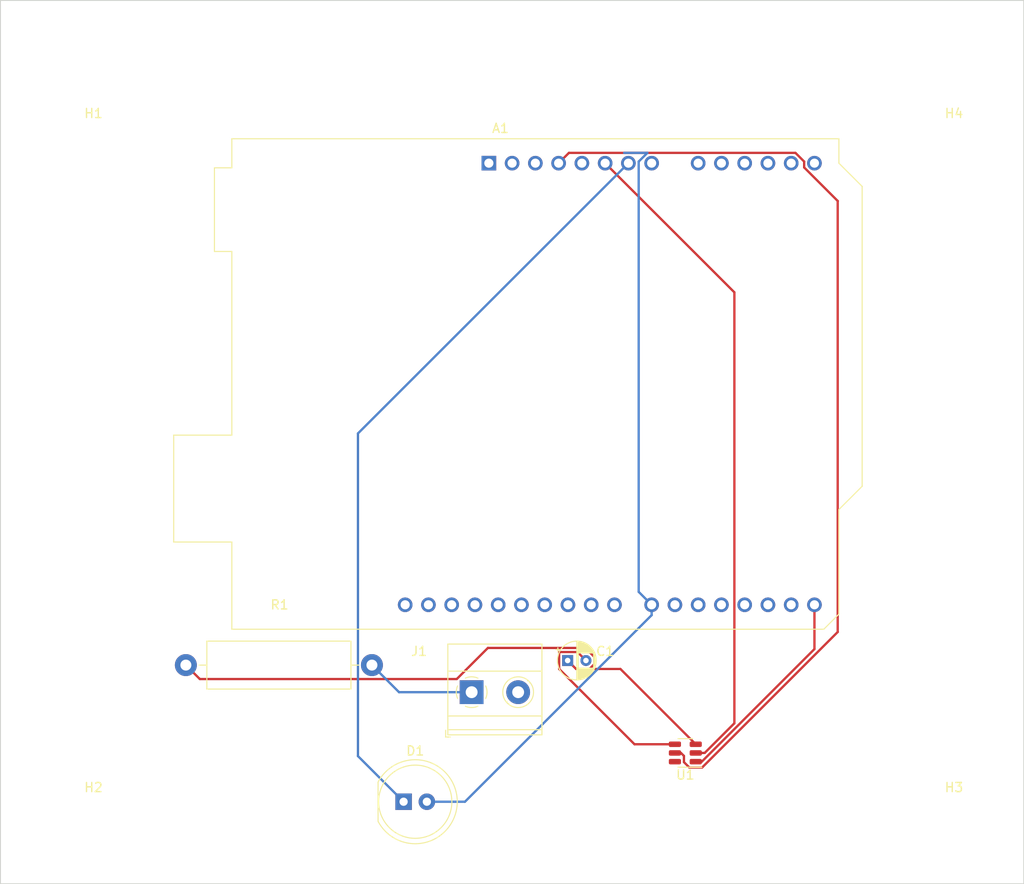
<source format=kicad_pcb>
(kicad_pcb (version 20221018) (generator pcbnew)
  (layers (0 "F.Cu" signal) (31 "B.Cu" signal) (34 "B.Paste" user) (35 "F.Paste" user) (36 "B.SilkS" user "B.Silkscreen") (37 "F.SilkS" user "F.Silkscreen") (38 "B.Mask" user) (39 "F.Mask" user) (44 "Edge.Cuts" user))
  (net 0 "")
  (net 4 "Net-(A1-3V3)")
  (net 6 "Net-(U1-VSS)")
  (net 7 "Net-(D1-K)")
  (net 8 "+5V")
  (net 15 "Net-(A1-D0{slash}RX)")
  (net 22 "Net-(A1-D7)")
  (net 33 "Net-(U1-SNSK)")
  (net 34 "Net-(U1-SNS)")
  (net 35 "Net-(J1-Pin_1)")
  (net 36 "+3.3V")
  (footprint "Resistor_THT:R_Axial_DIN0516_L15.5mm_D5.0mm_P20.32mm_Horizontal" (layer "F.Cu") (at 114.23 115.81)
    (fp_text reference "R1" (at 10.23 -6.59) (layer "F.SilkS"))
    (fp_text value "R")
    (fp_line (start 1.44 0) (end 2.29 0) (stroke (width 0.12)) (layer "F.SilkS"))
    (fp_line (start 2.29 -2.62) (end 2.29 2.62) (stroke (width 0.12)) (layer "F.SilkS"))
    (fp_line (start 2.29 2.62) (end 18.03 2.62) (stroke (width 0.12)) (layer "F.SilkS"))
    (fp_line (start 18.03 -2.62) (end 2.29 -2.62) (stroke (width 0.12)) (layer "F.SilkS"))
    (fp_line (start 18.03 2.62) (end 18.03 -2.62) (stroke (width 0.12)) (layer "F.SilkS"))
    (fp_line (start 18.88 0) (end 18.03 0) (stroke (width 0.12)) (layer "F.SilkS"))
    (pad "1" thru_hole circle (at 0 0) (size 2.4 2.4) (drill 1.2) (layers "*.Cu" "*.Mask") (net 33 "Net-(U1-SNSK)"))
    (pad "2" thru_hole oval (at 20.32 0) (size 2.4 2.4) (drill 1.2) (layers "*.Cu" "*.Mask") (net 35 "Net-(J1-Pin_1)"))
  )
  (footprint "Package_TO_SOT_SMD:SOT-23-6" (layer "F.Cu") (at 168.7775 125.41 180)
    (fp_text reference "U1" (at 0 -2.4) (layer "F.SilkS"))
    (fp_text value "AT42QT1010-TSHR")
    (fp_line (start 0 -1.56) (end -1.8 -1.56) (stroke (width 0.12)) (layer "F.SilkS"))
    (fp_line (start 0 -1.56) (end 0.8 -1.56) (stroke (width 0.12)) (layer "F.SilkS"))
    (fp_line (start 0 1.56) (end -0.8 1.56) (stroke (width 0.12)) (layer "F.SilkS"))
    (fp_line (start 0 1.56) (end 0.8 1.56) (stroke (width 0.12)) (layer "F.SilkS"))
    (pad "1" smd roundrect (at -1.1375 -0.95 180) (size 1.325 0.6) (layers "F.Cu" "F.Paste" "F.Mask") (net 15 "Net-(A1-D0{slash}RX)"))
    (pad "2" smd roundrect (at -1.1375 0 180) (size 1.325 0.6) (layers "F.Cu" "F.Paste" "F.Mask") (net 6 "Net-(U1-VSS)"))
    (pad "3" smd roundrect (at -1.1375 0.95 180) (size 1.325 0.6) (layers "F.Cu" "F.Paste" "F.Mask") (net 33 "Net-(U1-SNSK)"))
    (pad "4" smd roundrect (at 1.1375 0.95 180) (size 1.325 0.6) (layers "F.Cu" "F.Paste" "F.Mask") (net 34 "Net-(U1-SNS)"))
    (pad "5" smd roundrect (at 1.1375 0 180) (size 1.325 0.6) (layers "F.Cu" "F.Paste" "F.Mask") (net 4 "Net-(A1-3V3)"))
    (pad "6" smd roundrect (at 1.1375 -0.95 180) (size 1.325 0.6) (layers "F.Cu" "F.Paste" "F.Mask") (net 36 "+3.3V"))
  )
  (footprint "MountingHole:MountingHole_2.2mm_M2_ISO14580" (layer "F.Cu") (at 104.14 58.42)
    (fp_text reference "H1" (at 0 -2.9) (layer "F.SilkS"))
    (fp_text value "MountingHole")
    (pad "" np_thru_hole circle (at 0 0) (size 2.2 2.2) (drill 2.2) (layers "*.Cu" "*.Mask"))
  )
  (footprint "Module:Arduino_UNO_R3" (layer "F.Cu") (at 147.32 60.96)
    (fp_text reference "A1" (at 1.27 -3.81 180) (layer "F.SilkS"))
    (fp_text value "Arduino_UNO_R3")
    (fp_line (start -34.42 29.72) (end -34.42 41.4) (stroke (width 0.12)) (layer "F.SilkS"))
    (fp_line (start -34.42 41.4) (end -28.07 41.4) (stroke (width 0.12)) (layer "F.SilkS"))
    (fp_line (start -29.97 0.51) (end -29.97 9.65) (stroke (width 0.12)) (layer "F.SilkS"))
    (fp_line (start -29.97 9.65) (end -28.07 9.65) (stroke (width 0.12)) (layer "F.SilkS"))
    (fp_line (start -28.07 -2.67) (end -28.07 0.51) (stroke (width 0.12)) (layer "F.SilkS"))
    (fp_line (start -28.07 0.51) (end -29.97 0.51) (stroke (width 0.12)) (layer "F.SilkS"))
    (fp_line (start -28.07 9.65) (end -28.07 29.72) (stroke (width 0.12)) (layer "F.SilkS"))
    (fp_line (start -28.07 29.72) (end -34.42 29.72) (stroke (width 0.12)) (layer "F.SilkS"))
    (fp_line (start -28.07 41.4) (end -28.07 50.93) (stroke (width 0.12)) (layer "F.SilkS"))
    (fp_line (start -28.07 50.93) (end 36.58 50.93) (stroke (width 0.12)) (layer "F.SilkS"))
    (fp_line (start 36.58 50.93) (end 38.23 49.28) (stroke (width 0.12)) (layer "F.SilkS"))
    (fp_line (start 38.23 -2.67) (end -28.07 -2.67) (stroke (width 0.12)) (layer "F.SilkS"))
    (fp_line (start 38.23 0) (end 38.23 -2.67) (stroke (width 0.12)) (layer "F.SilkS"))
    (fp_line (start 38.23 37.85) (end 40.77 35.31) (stroke (width 0.12)) (layer "F.SilkS"))
    (fp_line (start 38.23 49.28) (end 38.23 37.85) (stroke (width 0.12)) (layer "F.SilkS"))
    (fp_line (start 40.77 2.54) (end 38.23 0) (stroke (width 0.12)) (layer "F.SilkS"))
    (fp_line (start 40.77 35.31) (end 40.77 2.54) (stroke (width 0.12)) (layer "F.SilkS"))
    (pad "1" thru_hole rect (at 0 0 90) (size 1.6 1.6) (drill 1) (layers "*.Cu" "*.Mask"))
    (pad "2" thru_hole oval (at 2.54 0 90) (size 1.6 1.6) (drill 1) (layers "*.Cu" "*.Mask"))
    (pad "3" thru_hole oval (at 5.08 0 90) (size 1.6 1.6) (drill 1) (layers "*.Cu" "*.Mask"))
    (pad "4" thru_hole oval (at 7.62 0 90) (size 1.6 1.6) (drill 1) (layers "*.Cu" "*.Mask") (net 4 "Net-(A1-3V3)"))
    (pad "5" thru_hole oval (at 10.16 0 90) (size 1.6 1.6) (drill 1) (layers "*.Cu" "*.Mask"))
    (pad "6" thru_hole oval (at 12.7 0 90) (size 1.6 1.6) (drill 1) (layers "*.Cu" "*.Mask") (net 6 "Net-(U1-VSS)"))
    (pad "7" thru_hole oval (at 15.24 0 90) (size 1.6 1.6) (drill 1) (layers "*.Cu" "*.Mask") (net 7 "Net-(D1-K)"))
    (pad "8" thru_hole oval (at 17.78 0 90) (size 1.6 1.6) (drill 1) (layers "*.Cu" "*.Mask") (net 8 "+5V"))
    (pad "9" thru_hole oval (at 22.86 0 90) (size 1.6 1.6) (drill 1) (layers "*.Cu" "*.Mask"))
    (pad "10" thru_hole oval (at 25.4 0 90) (size 1.6 1.6) (drill 1) (layers "*.Cu" "*.Mask"))
    (pad "11" thru_hole oval (at 27.94 0 90) (size 1.6 1.6) (drill 1) (layers "*.Cu" "*.Mask"))
    (pad "12" thru_hole oval (at 30.48 0 90) (size 1.6 1.6) (drill 1) (layers "*.Cu" "*.Mask"))
    (pad "13" thru_hole oval (at 33.02 0 90) (size 1.6 1.6) (drill 1) (layers "*.Cu" "*.Mask"))
    (pad "14" thru_hole oval (at 35.56 0 90) (size 1.6 1.6) (drill 1) (layers "*.Cu" "*.Mask"))
    (pad "15" thru_hole oval (at 35.56 48.26 90) (size 1.6 1.6) (drill 1) (layers "*.Cu" "*.Mask") (net 15 "Net-(A1-D0{slash}RX)"))
    (pad "16" thru_hole oval (at 33.02 48.26 90) (size 1.6 1.6) (drill 1) (layers "*.Cu" "*.Mask"))
    (pad "17" thru_hole oval (at 30.48 48.26 90) (size 1.6 1.6) (drill 1) (layers "*.Cu" "*.Mask"))
    (pad "18" thru_hole oval (at 27.94 48.26 90) (size 1.6 1.6) (drill 1) (layers "*.Cu" "*.Mask"))
    (pad "19" thru_hole oval (at 25.4 48.26 90) (size 1.6 1.6) (drill 1) (layers "*.Cu" "*.Mask"))
    (pad "20" thru_hole oval (at 22.86 48.26 90) (size 1.6 1.6) (drill 1) (layers "*.Cu" "*.Mask"))
    (pad "21" thru_hole oval (at 20.32 48.26 90) (size 1.6 1.6) (drill 1) (layers "*.Cu" "*.Mask"))
    (pad "22" thru_hole oval (at 17.78 48.26 90) (size 1.6 1.6) (drill 1) (layers "*.Cu" "*.Mask") (net 22 "Net-(A1-D7)"))
    (pad "23" thru_hole oval (at 13.72 48.26 90) (size 1.6 1.6) (drill 1) (layers "*.Cu" "*.Mask"))
    (pad "24" thru_hole oval (at 11.18 48.26 90) (size 1.6 1.6) (drill 1) (layers "*.Cu" "*.Mask"))
    (pad "25" thru_hole oval (at 8.64 48.26 90) (size 1.6 1.6) (drill 1) (layers "*.Cu" "*.Mask"))
    (pad "26" thru_hole oval (at 6.1 48.26 90) (size 1.6 1.6) (drill 1) (layers "*.Cu" "*.Mask"))
    (pad "27" thru_hole oval (at 3.56 48.26 90) (size 1.6 1.6) (drill 1) (layers "*.Cu" "*.Mask"))
    (pad "28" thru_hole oval (at 1.02 48.26 90) (size 1.6 1.6) (drill 1) (layers "*.Cu" "*.Mask"))
    (pad "29" thru_hole oval (at -1.52 48.26 90) (size 1.6 1.6) (drill 1) (layers "*.Cu" "*.Mask"))
    (pad "30" thru_hole oval (at -4.06 48.26 90) (size 1.6 1.6) (drill 1) (layers "*.Cu" "*.Mask"))
    (pad "31" thru_hole oval (at -6.6 48.26 90) (size 1.6 1.6) (drill 1) (layers "*.Cu" "*.Mask"))
    (pad "32" thru_hole oval (at -9.14 48.26 90) (size 1.6 1.6) (drill 1) (layers "*.Cu" "*.Mask"))
  )
  (footprint "MountingHole:MountingHole_2.2mm_M2_ISO14580" (layer "F.Cu") (at 198.12 58.42)
    (fp_text reference "H4" (at 0 -2.9) (layer "F.SilkS"))
    (fp_text value "MountingHole")
    (pad "" np_thru_hole circle (at 0 0) (size 2.2 2.2) (drill 2.2) (layers "*.Cu" "*.Mask"))
  )
  (footprint "MountingHole:MountingHole_2.2mm_M2_ISO14580" (layer "F.Cu") (at 198.12 132.08)
    (fp_text reference "H3" (at 0 -2.9) (layer "F.SilkS"))
    (fp_text value "MountingHole")
    (pad "" np_thru_hole circle (at 0 0) (size 2.2 2.2) (drill 2.2) (layers "*.Cu" "*.Mask"))
  )
  (footprint "TerminalBlock_Phoenix:TerminalBlock_Phoenix_MKDS-1,5-2-5.08_1x02_P5.08mm_Horizontal" (layer "F.Cu") (at 145.44 118.77)
    (fp_text reference "J1" (at -5.74 -4.47) (layer "F.SilkS"))
    (fp_text value "Conn_01x01")
    (fp_line (start -2.84 4.16) (end -2.84 4.9) (stroke (width 0.12)) (layer "F.SilkS"))
    (fp_line (start -2.84 4.9) (end -2.34 4.9) (stroke (width 0.12)) (layer "F.SilkS"))
    (fp_line (start -2.6 -5.261) (end -2.6 4.66) (stroke (width 0.12)) (layer "F.SilkS"))
    (fp_line (start -2.6 -5.261) (end 7.68 -5.261) (stroke (width 0.12)) (layer "F.SilkS"))
    (fp_line (start -2.6 -2.301) (end 7.68 -2.301) (stroke (width 0.12)) (layer "F.SilkS"))
    (fp_line (start -2.6 2.6) (end 7.68 2.6) (stroke (width 0.12)) (layer "F.SilkS"))
    (fp_line (start -2.6 4.1) (end 7.68 4.1) (stroke (width 0.12)) (layer "F.SilkS"))
    (fp_line (start -2.6 4.66) (end 7.68 4.66) (stroke (width 0.12)) (layer "F.SilkS"))
    (fp_line (start 3.853 1.023) (end 3.806 1.069) (stroke (width 0.12)) (layer "F.SilkS"))
    (fp_line (start 4.046 1.239) (end 4.011 1.274) (stroke (width 0.12)) (layer "F.SilkS"))
    (fp_line (start 6.15 -1.275) (end 6.115 -1.239) (stroke (width 0.12)) (layer "F.SilkS"))
    (fp_line (start 6.355 -1.069) (end 6.308 -1.023) (stroke (width 0.12)) (layer "F.SilkS"))
    (fp_line (start 7.68 -5.261) (end 7.68 4.66) (stroke (width 0.12)) (layer "F.SilkS"))
    (fp_arc (start -1.535427 0.683042) (mid -1.680501 -0.000524) (end -1.535 -0.684) (stroke (width 0.12)) (layer "F.SilkS"))
    (fp_arc (start -0.683042 -1.535427) (mid 0.000524 -1.680501) (end 0.684 -1.535) (stroke (width 0.12)) (layer "F.SilkS"))
    (fp_arc (start 0.028805 1.680253) (mid -0.335551 1.646659) (end -0.684 1.535) (stroke (width 0.12)) (layer "F.SilkS"))
    (fp_arc (start 0.683318 1.534756) (mid 0.349292 1.643288) (end 0 1.68) (stroke (width 0.12)) (layer "F.SilkS"))
    (fp_arc (start 1.535427 -0.683042) (mid 1.680501 0.000524) (end 1.535 0.684) (stroke (width 0.12)) (layer "F.SilkS"))
    (fp_circle (center 5.08 0) (end 6.76 0) (stroke (width 0.12)) (fill none) (layer "F.SilkS"))
    (pad "1" thru_hole rect (at 0 0) (size 2.6 2.6) (drill 1.3) (layers "*.Cu" "*.Mask") (net 35 "Net-(J1-Pin_1)"))
    (pad "2" thru_hole circle (at 5.08 0) (size 2.6 2.6) (drill 1.3) (layers "*.Cu" "*.Mask"))
  )
  (footprint "MountingHole:MountingHole_2.2mm_M2_ISO14580" (layer "F.Cu") (at 104.14 132.08)
    (fp_text reference "H2" (at 0 -2.9) (layer "F.SilkS"))
    (fp_text value "MountingHole")
    (pad "" np_thru_hole circle (at 0 0) (size 2.2 2.2) (drill 2.2) (layers "*.Cu" "*.Mask"))
  )
  (footprint "Capacitor_THT:CP_Radial_D4.0mm_P2.00mm" (layer "F.Cu") (at 155.924801 115.31)
    (fp_text reference "C1" (at 4.095199 -1.01) (layer "F.SilkS"))
    (fp_text value "C")
    (fp_line (start -1.269801 -1.195) (end -0.869801 -1.195) (stroke (width 0.12)) (layer "F.SilkS"))
    (fp_line (start -1.069801 -1.395) (end -1.069801 -0.995) (stroke (width 0.12)) (layer "F.SilkS"))
    (fp_line (start 1 -2.08) (end 1 2.08) (stroke (width 0.12)) (layer "F.SilkS"))
    (fp_line (start 1.04 -2.08) (end 1.04 2.08) (stroke (width 0.12)) (layer "F.SilkS"))
    (fp_line (start 1.08 -2.079) (end 1.08 2.079) (stroke (width 0.12)) (layer "F.SilkS"))
    (fp_line (start 1.12 -2.077) (end 1.12 2.077) (stroke (width 0.12)) (layer "F.SilkS"))
    (fp_line (start 1.16 -2.074) (end 1.16 2.074) (stroke (width 0.12)) (layer "F.SilkS"))
    (fp_line (start 1.2 -2.071) (end 1.2 -0.84) (stroke (width 0.12)) (layer "F.SilkS"))
    (fp_line (start 1.2 0.84) (end 1.2 2.071) (stroke (width 0.12)) (layer "F.SilkS"))
    (fp_line (start 1.24 -2.067) (end 1.24 -0.84) (stroke (width 0.12)) (layer "F.SilkS"))
    (fp_line (start 1.24 0.84) (end 1.24 2.067) (stroke (width 0.12)) (layer "F.SilkS"))
    (fp_line (start 1.28 -2.062) (end 1.28 -0.84) (stroke (width 0.12)) (layer "F.SilkS"))
    (fp_line (start 1.28 0.84) (end 1.28 2.062) (stroke (width 0.12)) (layer "F.SilkS"))
    (fp_line (start 1.32 -2.056) (end 1.32 -0.84) (stroke (width 0.12)) (layer "F.SilkS"))
    (fp_line (start 1.32 0.84) (end 1.32 2.056) (stroke (width 0.12)) (layer "F.SilkS"))
    (fp_line (start 1.36 -2.05) (end 1.36 -0.84) (stroke (width 0.12)) (layer "F.SilkS"))
    (fp_line (start 1.36 0.84) (end 1.36 2.05) (stroke (width 0.12)) (layer "F.SilkS"))
    (fp_line (start 1.4 -2.042) (end 1.4 -0.84) (stroke (width 0.12)) (layer "F.SilkS"))
    (fp_line (start 1.4 0.84) (end 1.4 2.042) (stroke (width 0.12)) (layer "F.SilkS"))
    (fp_line (start 1.44 -2.034) (end 1.44 -0.84) (stroke (width 0.12)) (layer "F.SilkS"))
    (fp_line (start 1.44 0.84) (end 1.44 2.034) (stroke (width 0.12)) (layer "F.SilkS"))
    (fp_line (start 1.48 -2.025) (end 1.48 -0.84) (stroke (width 0.12)) (layer "F.SilkS"))
    (fp_line (start 1.48 0.84) (end 1.48 2.025) (stroke (width 0.12)) (layer "F.SilkS"))
    (fp_line (start 1.52 -2.016) (end 1.52 -0.84) (stroke (width 0.12)) (layer "F.SilkS"))
    (fp_line (start 1.52 0.84) (end 1.52 2.016) (stroke (width 0.12)) (layer "F.SilkS"))
    (fp_line (start 1.56 -2.005) (end 1.56 -0.84) (stroke (width 0.12)) (layer "F.SilkS"))
    (fp_line (start 1.56 0.84) (end 1.56 2.005) (stroke (width 0.12)) (layer "F.SilkS"))
    (fp_line (start 1.6 -1.994) (end 1.6 -0.84) (stroke (width 0.12)) (layer "F.SilkS"))
    (fp_line (start 1.6 0.84) (end 1.6 1.994) (stroke (width 0.12)) (layer "F.SilkS"))
    (fp_line (start 1.64 -1.982) (end 1.64 -0.84) (stroke (width 0.12)) (layer "F.SilkS"))
    (fp_line (start 1.64 0.84) (end 1.64 1.982) (stroke (width 0.12)) (layer "F.SilkS"))
    (fp_line (start 1.68 -1.968) (end 1.68 -0.84) (stroke (width 0.12)) (layer "F.SilkS"))
    (fp_line (start 1.68 0.84) (end 1.68 1.968) (stroke (width 0.12)) (layer "F.SilkS"))
    (fp_line (start 1.721 -1.954) (end 1.721 -0.84) (stroke (width 0.12)) (layer "F.SilkS"))
    (fp_line (start 1.721 0.84) (end 1.721 1.954) (stroke (width 0.12)) (layer "F.SilkS"))
    (fp_line (start 1.761 -1.94) (end 1.761 -0.84) (stroke (width 0.12)) (layer "F.SilkS"))
    (fp_line (start 1.761 0.84) (end 1.761 1.94) (stroke (width 0.12)) (layer "F.SilkS"))
    (fp_line (start 1.801 -1.924) (end 1.801 -0.84) (stroke (width 0.12)) (layer "F.SilkS"))
    (fp_line (start 1.801 0.84) (end 1.801 1.924) (stroke (width 0.12)) (layer "F.SilkS"))
    (fp_line (start 1.841 -1.907) (end 1.841 -0.84) (stroke (width 0.12)) (layer "F.SilkS"))
    (fp_line (start 1.841 0.84) (end 1.841 1.907) (stroke (width 0.12)) (layer "F.SilkS"))
    (fp_line (start 1.881 -1.889) (end 1.881 -0.84) (stroke (width 0.12)) (layer "F.SilkS"))
    (fp_line (start 1.881 0.84) (end 1.881 1.889) (stroke (width 0.12)) (layer "F.SilkS"))
    (fp_line (start 1.921 -1.87) (end 1.921 -0.84) (stroke (width 0.12)) (layer "F.SilkS"))
    (fp_line (start 1.921 0.84) (end 1.921 1.87) (stroke (width 0.12)) (layer "F.SilkS"))
    (fp_line (start 1.961 -1.851) (end 1.961 -0.84) (stroke (width 0.12)) (layer "F.SilkS"))
    (fp_line (start 1.961 0.84) (end 1.961 1.851) (stroke (width 0.12)) (layer "F.SilkS"))
    (fp_line (start 2.001 -1.83) (end 2.001 -0.84) (stroke (width 0.12)) (layer "F.SilkS"))
    (fp_line (start 2.001 0.84) (end 2.001 1.83) (stroke (width 0.12)) (layer "F.SilkS"))
    (fp_line (start 2.041 -1.808) (end 2.041 -0.84) (stroke (width 0.12)) (layer "F.SilkS"))
    (fp_line (start 2.041 0.84) (end 2.041 1.808) (stroke (width 0.12)) (layer "F.SilkS"))
    (fp_line (start 2.081 -1.785) (end 2.081 -0.84) (stroke (width 0.12)) (layer "F.SilkS"))
    (fp_line (start 2.081 0.84) (end 2.081 1.785) (stroke (width 0.12)) (layer "F.SilkS"))
    (fp_line (start 2.121 -1.76) (end 2.121 -0.84) (stroke (width 0.12)) (layer "F.SilkS"))
    (fp_line (start 2.121 0.84) (end 2.121 1.76) (stroke (width 0.12)) (layer "F.SilkS"))
    (fp_line (start 2.161 -1.735) (end 2.161 -0.84) (stroke (width 0.12)) (layer "F.SilkS"))
    (fp_line (start 2.161 0.84) (end 2.161 1.735) (stroke (width 0.12)) (layer "F.SilkS"))
    (fp_line (start 2.201 -1.708) (end 2.201 -0.84) (stroke (width 0.12)) (layer "F.SilkS"))
    (fp_line (start 2.201 0.84) (end 2.201 1.708) (stroke (width 0.12)) (layer "F.SilkS"))
    (fp_line (start 2.241 -1.68) (end 2.241 -0.84) (stroke (width 0.12)) (layer "F.SilkS"))
    (fp_line (start 2.241 0.84) (end 2.241 1.68) (stroke (width 0.12)) (layer "F.SilkS"))
    (fp_line (start 2.281 -1.65) (end 2.281 -0.84) (stroke (width 0.12)) (layer "F.SilkS"))
    (fp_line (start 2.281 0.84) (end 2.281 1.65) (stroke (width 0.12)) (layer "F.SilkS"))
    (fp_line (start 2.321 -1.619) (end 2.321 -0.84) (stroke (width 0.12)) (layer "F.SilkS"))
    (fp_line (start 2.321 0.84) (end 2.321 1.619) (stroke (width 0.12)) (layer "F.SilkS"))
    (fp_line (start 2.361 -1.587) (end 2.361 -0.84) (stroke (width 0.12)) (layer "F.SilkS"))
    (fp_line (start 2.361 0.84) (end 2.361 1.587) (stroke (width 0.12)) (layer "F.SilkS"))
    (fp_line (start 2.401 -1.552) (end 2.401 -0.84) (stroke (width 0.12)) (layer "F.SilkS"))
    (fp_line (start 2.401 0.84) (end 2.401 1.552) (stroke (width 0.12)) (layer "F.SilkS"))
    (fp_line (start 2.441 -1.516) (end 2.441 -0.84) (stroke (width 0.12)) (layer "F.SilkS"))
    (fp_line (start 2.441 0.84) (end 2.441 1.516) (stroke (width 0.12)) (layer "F.SilkS"))
    (fp_line (start 2.481 -1.478) (end 2.481 -0.84) (stroke (width 0.12)) (layer "F.SilkS"))
    (fp_line (start 2.481 0.84) (end 2.481 1.478) (stroke (width 0.12)) (layer "F.SilkS"))
    (fp_line (start 2.521 -1.438) (end 2.521 -0.84) (stroke (width 0.12)) (layer "F.SilkS"))
    (fp_line (start 2.521 0.84) (end 2.521 1.438) (stroke (width 0.12)) (layer "F.SilkS"))
    (fp_line (start 2.561 -1.396) (end 2.561 -0.84) (stroke (width 0.12)) (layer "F.SilkS"))
    (fp_line (start 2.561 0.84) (end 2.561 1.396) (stroke (width 0.12)) (layer "F.SilkS"))
    (fp_line (start 2.601 -1.351) (end 2.601 -0.84) (stroke (width 0.12)) (layer "F.SilkS"))
    (fp_line (start 2.601 0.84) (end 2.601 1.351) (stroke (width 0.12)) (layer "F.SilkS"))
    (fp_line (start 2.641 -1.304) (end 2.641 -0.84) (stroke (width 0.12)) (layer "F.SilkS"))
    (fp_line (start 2.641 0.84) (end 2.641 1.304) (stroke (width 0.12)) (layer "F.SilkS"))
    (fp_line (start 2.681 -1.254) (end 2.681 -0.84) (stroke (width 0.12)) (layer "F.SilkS"))
    (fp_line (start 2.681 0.84) (end 2.681 1.254) (stroke (width 0.12)) (layer "F.SilkS"))
    (fp_line (start 2.721 -1.2) (end 2.721 -0.84) (stroke (width 0.12)) (layer "F.SilkS"))
    (fp_line (start 2.721 0.84) (end 2.721 1.2) (stroke (width 0.12)) (layer "F.SilkS"))
    (fp_line (start 2.761 -1.142) (end 2.761 -0.84) (stroke (width 0.12)) (layer "F.SilkS"))
    (fp_line (start 2.761 0.84) (end 2.761 1.142) (stroke (width 0.12)) (layer "F.SilkS"))
    (fp_line (start 2.801 -1.08) (end 2.801 -0.84) (stroke (width 0.12)) (layer "F.SilkS"))
    (fp_line (start 2.801 0.84) (end 2.801 1.08) (stroke (width 0.12)) (layer "F.SilkS"))
    (fp_line (start 2.841 -1.013) (end 2.841 1.013) (stroke (width 0.12)) (layer "F.SilkS"))
    (fp_line (start 2.881 -0.94) (end 2.881 0.94) (stroke (width 0.12)) (layer "F.SilkS"))
    (fp_line (start 2.921 -0.859) (end 2.921 0.859) (stroke (width 0.12)) (layer "F.SilkS"))
    (fp_line (start 2.961 -0.768) (end 2.961 0.768) (stroke (width 0.12)) (layer "F.SilkS"))
    (fp_line (start 3.001 -0.664) (end 3.001 0.664) (stroke (width 0.12)) (layer "F.SilkS"))
    (fp_line (start 3.041 -0.537) (end 3.041 0.537) (stroke (width 0.12)) (layer "F.SilkS"))
    (fp_line (start 3.081 -0.37) (end 3.081 0.37) (stroke (width 0.12)) (layer "F.SilkS"))
    (fp_circle (center 1 0) (end 3.12 0) (stroke (width 0.12)) (fill none) (layer "F.SilkS"))
    (pad "1" thru_hole rect (at 0 0) (size 1.2 1.2) (drill 0.6) (layers "*.Cu" "*.Mask") (net 33 "Net-(U1-SNSK)"))
    (pad "2" thru_hole circle (at 2 0) (size 1.2 1.2) (drill 0.6) (layers "*.Cu" "*.Mask") (net 34 "Net-(U1-SNS)"))
  )
  (footprint "LED_THT:LED_D8.0mm" (layer "F.Cu") (at 138.01 130.74)
    (fp_text reference "D1" (at 1.27 -5.56) (layer "F.SilkS"))
    (fp_text value "LED")
    (fp_line (start -2.79 -2.142) (end -2.79 2.142) (stroke (width 0.12)) (layer "F.SilkS"))
    (fp_arc (start -2.79 -2.141145) (mid 2.373119 -4.455472) (end 5.86 0.000486) (stroke (width 0.12)) (layer "F.SilkS"))
    (fp_arc (start 5.86 -0.000486) (mid 2.373119 4.455472) (end -2.79 2.141145) (stroke (width 0.12)) (layer "F.SilkS"))
    (fp_circle (center 1.27 0) (end 5.27 0) (stroke (width 0.12)) (fill none) (layer "F.SilkS"))
    (pad "1" thru_hole rect (at 0 0) (size 1.8 1.8) (drill 0.9) (layers "*.Cu" "*.Mask") (net 7 "Net-(D1-K)"))
    (pad "2" thru_hole circle (at 2.54 0) (size 1.8 1.8) (drill 0.9) (layers "*.Cu" "*.Mask") (net 22 "Net-(A1-D7)"))
  )
  (gr_rect (start 93.98 43.18) (end 205.74 139.7) (stroke (width 0.1)) (fill none) (layer "Edge.Cuts"))
  (segment (start 156.065 59.835) (end 154.94 60.96) (width 0.25) (layer "F.Cu") (net 4))
  (segment (start 181.755 60.784009) (end 180.805991 59.835) (width 0.25) (layer "F.Cu") (net 4))
  (segment (start 167.64 125.41) (end 168.302499 125.41) (width 0.25) (layer "F.Cu") (net 4))
  (segment (start 181.755 61.425991) (end 181.755 60.784009) (width 0.25) (layer "F.Cu") (net 4))
  (segment (start 168.302499 125.41) (end 168.6275 125.735001) (width 0.25) (layer "F.Cu") (net 4))
  (segment (start 169.216592 127) (end 170.613408 127) (width 0.25) (layer "F.Cu") (net 4))
  (segment (start 168.6275 126.410908) (end 169.216592 127) (width 0.25) (layer "F.Cu") (net 4))
  (segment (start 185.42 112.193408) (end 185.42 65.090991) (width 0.25) (layer "F.Cu") (net 4))
  (segment (start 168.6275 125.735001) (end 168.6275 126.410908) (width 0.25) (layer "F.Cu") (net 4))
  (segment (start 180.805991 59.835) (end 156.065 59.835) (width 0.25) (layer "F.Cu") (net 4))
  (segment (start 170.613408 127) (end 185.42 112.193408) (width 0.25) (layer "F.Cu") (net 4))
  (segment (start 185.42 65.090991) (end 181.755 61.425991) (width 0.25) (layer "F.Cu") (net 4))
  (segment (start 169.915 125.41) (end 170.891103 125.41) (width 0.25) (layer "F.Cu") (net 6))
  (segment (start 174.135 122.166103) (end 174.135 75.075) (width 0.25) (layer "F.Cu") (net 6))
  (segment (start 170.891103 125.41) (end 174.135 122.166103) (width 0.25) (layer "F.Cu") (net 6))
  (segment (start 174.135 75.075) (end 160.02 60.96) (width 0.25) (layer "F.Cu") (net 6))
  (segment (start 162.56 60.96) (end 133.025 90.495) (width 0.25) (layer "B.Cu") (net 7))
  (segment (start 133.025 90.495) (end 133.025 125.755) (width 0.25) (layer "B.Cu") (net 7))
  (segment (start 133.025 125.755) (end 138.01 130.74) (width 0.25) (layer "B.Cu") (net 7))
  (segment (start 170.577499 126.36) (end 169.915 126.36) (width 0.25) (layer "F.Cu") (net 15))
  (segment (start 182.88 114.057499) (end 170.577499 126.36) (width 0.25) (layer "F.Cu") (net 15))
  (segment (start 182.88 109.22) (end 182.88 114.057499) (width 0.25) (layer "F.Cu") (net 15))
  (segment (start 144.71137 130.74) (end 140.55 130.74) (width 0.25) (layer "B.Cu") (net 22))
  (segment (start 165.1 109.22) (end 165.1 110.35137) (width 0.25) (layer "B.Cu") (net 22))
  (segment (start 163.685 107.805) (end 163.685 60.784009) (width 0.25) (layer "B.Cu") (net 22))
  (segment (start 164.634009 59.835) (end 162.094009 59.835) (width 0.25) (layer "B.Cu") (net 22))
  (segment (start 163.685 60.784009) (end 164.634009 59.835) (width 0.25) (layer "B.Cu") (net 22))
  (segment (start 165.1 110.35137) (end 144.71137 130.74) (width 0.25) (layer "B.Cu") (net 22))
  (segment (start 165.1 109.22) (end 163.685 107.805) (width 0.25) (layer "B.Cu") (net 22))
  (segment (start 115.755 117.335) (end 143.815 117.335) (width 0.25) (layer "F.Cu") (net 33))
  (segment (start 147.215 113.935) (end 157.857949 113.935) (width 0.25) (layer "F.Cu") (net 33))
  (segment (start 156.849801 116.235) (end 155.924801 115.31) (width 0.25) (layer "F.Cu") (net 33))
  (segment (start 114.23 115.81) (end 115.755 117.335) (width 0.25) (layer "F.Cu") (net 33))
  (segment (start 143.815 117.335) (end 147.215 113.935) (width 0.25) (layer "F.Cu") (net 33))
  (segment (start 158.849801 114.926852) (end 158.849801 115.693148) (width 0.25) (layer "F.Cu") (net 33))
  (segment (start 158.307949 116.235) (end 156.849801 116.235) (width 0.25) (layer "F.Cu") (net 33))
  (segment (start 157.857949 113.935) (end 158.849801 114.926852) (width 0.25) (layer "F.Cu") (net 33))
  (segment (start 161.69 116.235) (end 156.849801 116.235) (width 0.25) (layer "F.Cu") (net 33))
  (segment (start 169.915 124.46) (end 161.69 116.235) (width 0.25) (layer "F.Cu") (net 33))
  (segment (start 158.849801 115.693148) (end 158.307949 116.235) (width 0.25) (layer "F.Cu") (net 33))
  (segment (start 154.999801 114.385) (end 156.999801 114.385) (width 0.25) (layer "F.Cu") (net 34))
  (segment (start 154.999801 116.235) (end 154.999801 114.385) (width 0.25) (layer "F.Cu") (net 34))
  (segment (start 167.64 124.46) (end 163.224801 124.46) (width 0.25) (layer "F.Cu") (net 34))
  (segment (start 156.999801 114.385) (end 157.924801 115.31) (width 0.25) (layer "F.Cu") (net 34))
  (segment (start 163.224801 124.46) (end 154.999801 116.235) (width 0.25) (layer "F.Cu") (net 34))
  (segment (start 134.55 115.81) (end 137.51 118.77) (width 0.25) (layer "B.Cu") (net 35))
  (segment (start 137.51 118.77) (end 145.44 118.77) (width 0.25) (layer "B.Cu") (net 35))
)
</source>
